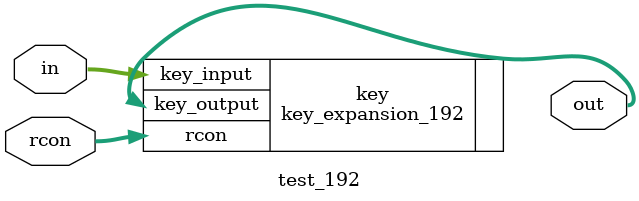
<source format=v>
module test_192(
input [191:0] in,
input [31:0] rcon,
output [191:0]out

);
key_expansion_192 key (.key_input(in),.rcon(rcon),.key_output(out));

endmodule 
</source>
